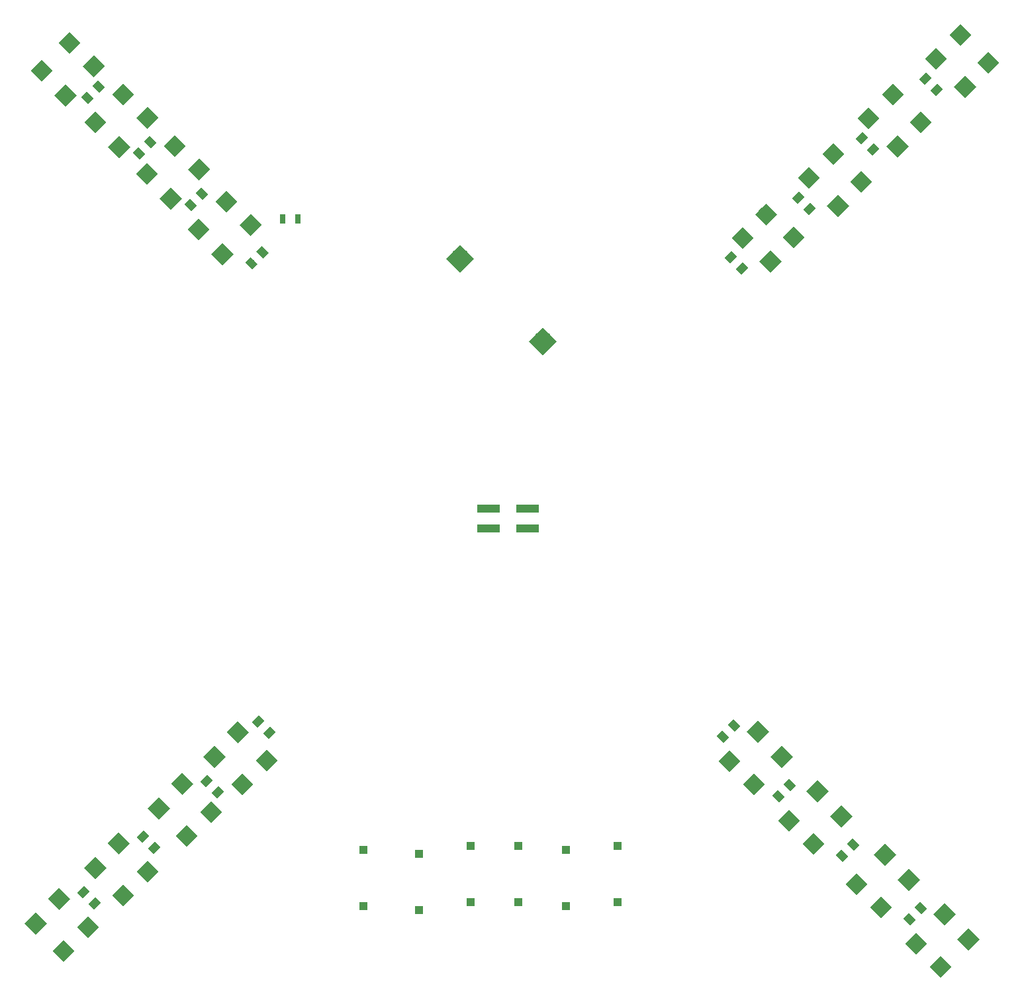
<source format=gbr>
G04 #@! TF.GenerationSoftware,KiCad,Pcbnew,(5.0.0-rc2-dev-26-g0d794b2)*
G04 #@! TF.CreationDate,2018-07-01T20:50:17-07:00*
G04 #@! TF.ProjectId,Skull_badge,536B756C6C5F62616467652E6B696361,rev?*
G04 #@! TF.SameCoordinates,Original*
G04 #@! TF.FileFunction,Paste,Bot*
G04 #@! TF.FilePolarity,Positive*
%FSLAX46Y46*%
G04 Gerber Fmt 4.6, Leading zero omitted, Abs format (unit mm)*
G04 Created by KiCad (PCBNEW (5.0.0-rc2-dev-26-g0d794b2)) date Sunday, July 01, 2018 at 08:50:17 PM*
%MOMM*%
%LPD*%
G01*
G04 APERTURE LIST*
%ADD10R,3.000000X1.000000*%
%ADD11C,2.000000*%
%ADD12C,0.100000*%
%ADD13R,1.000760X1.000760*%
%ADD14C,1.000000*%
%ADD15R,0.700000X1.300000*%
%ADD16C,2.524000*%
G04 APERTURE END LIST*
D10*
X129149113Y-123402157D03*
X124109113Y-123402157D03*
X129149113Y-120862157D03*
X124109113Y-120862157D03*
D11*
X163174691Y-86108843D03*
D12*
G36*
X161760477Y-86108843D02*
X163174691Y-84694629D01*
X164588905Y-86108843D01*
X163174691Y-87523057D01*
X161760477Y-86108843D01*
X161760477Y-86108843D01*
G37*
D11*
X160204843Y-89220113D03*
D12*
G36*
X158790629Y-89220113D02*
X160204843Y-87805899D01*
X161619057Y-89220113D01*
X160204843Y-90634327D01*
X158790629Y-89220113D01*
X158790629Y-89220113D01*
G37*
D11*
X159654113Y-83207157D03*
D12*
G36*
X158239899Y-83207157D02*
X159654113Y-81792943D01*
X161068327Y-83207157D01*
X159654113Y-84621371D01*
X158239899Y-83207157D01*
X158239899Y-83207157D01*
G37*
D11*
X156654112Y-86207157D03*
D12*
G36*
X155239898Y-86207157D02*
X156654112Y-84792943D01*
X158068326Y-86207157D01*
X156654112Y-87621371D01*
X155239898Y-86207157D01*
X155239898Y-86207157D01*
G37*
D11*
X70542843Y-61237309D03*
D12*
G36*
X70542843Y-62651523D02*
X69128629Y-61237309D01*
X70542843Y-59823095D01*
X71957057Y-61237309D01*
X70542843Y-62651523D01*
X70542843Y-62651523D01*
G37*
D11*
X73654113Y-64207157D03*
D12*
G36*
X73654113Y-65621371D02*
X72239899Y-64207157D01*
X73654113Y-62792943D01*
X75068327Y-64207157D01*
X73654113Y-65621371D01*
X73654113Y-65621371D01*
G37*
D11*
X67007309Y-64772843D03*
D12*
G36*
X67007309Y-66187057D02*
X65593095Y-64772843D01*
X67007309Y-63358629D01*
X68421523Y-64772843D01*
X67007309Y-66187057D01*
X67007309Y-66187057D01*
G37*
D11*
X70047868Y-67954823D03*
D12*
G36*
X70047868Y-69369037D02*
X68633654Y-67954823D01*
X70047868Y-66540609D01*
X71462082Y-67954823D01*
X70047868Y-69369037D01*
X70047868Y-69369037D01*
G37*
D13*
X140618000Y-171213180D03*
X140618000Y-164014820D03*
X134014000Y-171721180D03*
X134014000Y-164522820D03*
X127918000Y-171213180D03*
X127918000Y-164014820D03*
X121822000Y-171213180D03*
X121822000Y-164014820D03*
X115218000Y-172229180D03*
X115218000Y-165030820D03*
X108106000Y-171721180D03*
X108106000Y-164522820D03*
D14*
X93792893Y-89457107D03*
D12*
G36*
X93881281Y-90252602D02*
X92997398Y-89368719D01*
X93704505Y-88661612D01*
X94588388Y-89545495D01*
X93881281Y-90252602D01*
X93881281Y-90252602D01*
G37*
D14*
X95207107Y-88042893D03*
D12*
G36*
X95295495Y-88838388D02*
X94411612Y-87954505D01*
X95118719Y-87247398D01*
X96002602Y-88131281D01*
X95295495Y-88838388D01*
X95295495Y-88838388D01*
G37*
D14*
X86062893Y-81961107D03*
D12*
G36*
X86151281Y-82756602D02*
X85267398Y-81872719D01*
X85974505Y-81165612D01*
X86858388Y-82049495D01*
X86151281Y-82756602D01*
X86151281Y-82756602D01*
G37*
D14*
X87477107Y-80546893D03*
D12*
G36*
X87565495Y-81342388D02*
X86681612Y-80458505D01*
X87388719Y-79751398D01*
X88272602Y-80635281D01*
X87565495Y-81342388D01*
X87565495Y-81342388D01*
G37*
D14*
X79458893Y-75357107D03*
D12*
G36*
X79547281Y-76152602D02*
X78663398Y-75268719D01*
X79370505Y-74561612D01*
X80254388Y-75445495D01*
X79547281Y-76152602D01*
X79547281Y-76152602D01*
G37*
D14*
X80873107Y-73942893D03*
D12*
G36*
X80961495Y-74738388D02*
X80077612Y-73854505D01*
X80784719Y-73147398D01*
X81668602Y-74031281D01*
X80961495Y-74738388D01*
X80961495Y-74738388D01*
G37*
D14*
X72854893Y-68245107D03*
D12*
G36*
X72943281Y-69040602D02*
X72059398Y-68156719D01*
X72766505Y-67449612D01*
X73650388Y-68333495D01*
X72943281Y-69040602D01*
X72943281Y-69040602D01*
G37*
D14*
X74269107Y-66830893D03*
D12*
G36*
X74357495Y-67626388D02*
X73473612Y-66742505D01*
X74180719Y-66035398D01*
X75064602Y-66919281D01*
X74357495Y-67626388D01*
X74357495Y-67626388D01*
G37*
D14*
X155150893Y-88674893D03*
D12*
G36*
X154355398Y-88763281D02*
X155239281Y-87879398D01*
X155946388Y-88586505D01*
X155062505Y-89470388D01*
X154355398Y-88763281D01*
X154355398Y-88763281D01*
G37*
D14*
X156565107Y-90089107D03*
D12*
G36*
X155769612Y-90177495D02*
X156653495Y-89293612D01*
X157360602Y-90000719D01*
X156476719Y-90884602D01*
X155769612Y-90177495D01*
X155769612Y-90177495D01*
G37*
D14*
X163786893Y-81054893D03*
D12*
G36*
X162991398Y-81143281D02*
X163875281Y-80259398D01*
X164582388Y-80966505D01*
X163698505Y-81850388D01*
X162991398Y-81143281D01*
X162991398Y-81143281D01*
G37*
D14*
X165201107Y-82469107D03*
D12*
G36*
X164405612Y-82557495D02*
X165289495Y-81673612D01*
X165996602Y-82380719D01*
X165112719Y-83264602D01*
X164405612Y-82557495D01*
X164405612Y-82557495D01*
G37*
D14*
X171914893Y-73434893D03*
D12*
G36*
X171119398Y-73523281D02*
X172003281Y-72639398D01*
X172710388Y-73346505D01*
X171826505Y-74230388D01*
X171119398Y-73523281D01*
X171119398Y-73523281D01*
G37*
D14*
X173329107Y-74849107D03*
D12*
G36*
X172533612Y-74937495D02*
X173417495Y-74053612D01*
X174124602Y-74760719D01*
X173240719Y-75644602D01*
X172533612Y-74937495D01*
X172533612Y-74937495D01*
G37*
D14*
X180042893Y-65814893D03*
D12*
G36*
X179247398Y-65903281D02*
X180131281Y-65019398D01*
X180838388Y-65726505D01*
X179954505Y-66610388D01*
X179247398Y-65903281D01*
X179247398Y-65903281D01*
G37*
D14*
X181457107Y-67229107D03*
D12*
G36*
X180661612Y-67317495D02*
X181545495Y-66433612D01*
X182252602Y-67140719D01*
X181368719Y-68024602D01*
X180661612Y-67317495D01*
X180661612Y-67317495D01*
G37*
D14*
X96113107Y-149525107D03*
D12*
G36*
X96908602Y-149436719D02*
X96024719Y-150320602D01*
X95317612Y-149613495D01*
X96201495Y-148729612D01*
X96908602Y-149436719D01*
X96908602Y-149436719D01*
G37*
D14*
X94698893Y-148110893D03*
D12*
G36*
X95494388Y-148022505D02*
X94610505Y-148906388D01*
X93903398Y-148199281D01*
X94787281Y-147315398D01*
X95494388Y-148022505D01*
X95494388Y-148022505D01*
G37*
D14*
X89509107Y-157145107D03*
D12*
G36*
X90304602Y-157056719D02*
X89420719Y-157940602D01*
X88713612Y-157233495D01*
X89597495Y-156349612D01*
X90304602Y-157056719D01*
X90304602Y-157056719D01*
G37*
D14*
X88094893Y-155730893D03*
D12*
G36*
X88890388Y-155642505D02*
X88006505Y-156526388D01*
X87299398Y-155819281D01*
X88183281Y-154935398D01*
X88890388Y-155642505D01*
X88890388Y-155642505D01*
G37*
D14*
X81381107Y-164257107D03*
D12*
G36*
X82176602Y-164168719D02*
X81292719Y-165052602D01*
X80585612Y-164345495D01*
X81469495Y-163461612D01*
X82176602Y-164168719D01*
X82176602Y-164168719D01*
G37*
D14*
X79966893Y-162842893D03*
D12*
G36*
X80762388Y-162754505D02*
X79878505Y-163638388D01*
X79171398Y-162931281D01*
X80055281Y-162047398D01*
X80762388Y-162754505D01*
X80762388Y-162754505D01*
G37*
D14*
X73761107Y-171369107D03*
D12*
G36*
X74556602Y-171280719D02*
X73672719Y-172164602D01*
X72965612Y-171457495D01*
X73849495Y-170573612D01*
X74556602Y-171280719D01*
X74556602Y-171280719D01*
G37*
D14*
X72346893Y-169954893D03*
D12*
G36*
X73142388Y-169866505D02*
X72258505Y-170750388D01*
X71551398Y-170043281D01*
X72435281Y-169159398D01*
X73142388Y-169866505D01*
X73142388Y-169866505D01*
G37*
D14*
X155549107Y-148618893D03*
D12*
G36*
X155460719Y-147823398D02*
X156344602Y-148707281D01*
X155637495Y-149414388D01*
X154753612Y-148530505D01*
X155460719Y-147823398D01*
X155460719Y-147823398D01*
G37*
D14*
X154134893Y-150033107D03*
D12*
G36*
X154046505Y-149237612D02*
X154930388Y-150121495D01*
X154223281Y-150828602D01*
X153339398Y-149944719D01*
X154046505Y-149237612D01*
X154046505Y-149237612D01*
G37*
D14*
X162661107Y-156238893D03*
D12*
G36*
X162572719Y-155443398D02*
X163456602Y-156327281D01*
X162749495Y-157034388D01*
X161865612Y-156150505D01*
X162572719Y-155443398D01*
X162572719Y-155443398D01*
G37*
D14*
X161246893Y-157653107D03*
D12*
G36*
X161158505Y-156857612D02*
X162042388Y-157741495D01*
X161335281Y-158448602D01*
X160451398Y-157564719D01*
X161158505Y-156857612D01*
X161158505Y-156857612D01*
G37*
D14*
X170789107Y-163858893D03*
D12*
G36*
X170700719Y-163063398D02*
X171584602Y-163947281D01*
X170877495Y-164654388D01*
X169993612Y-163770505D01*
X170700719Y-163063398D01*
X170700719Y-163063398D01*
G37*
D14*
X169374893Y-165273107D03*
D12*
G36*
X169286505Y-164477612D02*
X170170388Y-165361495D01*
X169463281Y-166068602D01*
X168579398Y-165184719D01*
X169286505Y-164477612D01*
X169286505Y-164477612D01*
G37*
D14*
X179425107Y-171986893D03*
D12*
G36*
X179336719Y-171191398D02*
X180220602Y-172075281D01*
X179513495Y-172782388D01*
X178629612Y-171898505D01*
X179336719Y-171191398D01*
X179336719Y-171191398D01*
G37*
D14*
X178010893Y-173401107D03*
D12*
G36*
X177922505Y-172605612D02*
X178806388Y-173489495D01*
X178099281Y-174196602D01*
X177215398Y-173312719D01*
X177922505Y-172605612D01*
X177922505Y-172605612D01*
G37*
D15*
X97850113Y-83765157D03*
X99750113Y-83765157D03*
D16*
X131106602Y-99456602D03*
D12*
G36*
X132891340Y-99456602D02*
X131106602Y-101241340D01*
X129321864Y-99456602D01*
X131106602Y-97671864D01*
X132891340Y-99456602D01*
X132891340Y-99456602D01*
G37*
D16*
X120500000Y-88850000D03*
D12*
G36*
X122284738Y-88850000D02*
X120500000Y-90634738D01*
X118715262Y-88850000D01*
X120500000Y-87065262D01*
X122284738Y-88850000D01*
X122284738Y-88850000D01*
G37*
D11*
X77400843Y-67841309D03*
D12*
G36*
X77400843Y-69255523D02*
X75986629Y-67841309D01*
X77400843Y-66427095D01*
X78815057Y-67841309D01*
X77400843Y-69255523D01*
X77400843Y-69255523D01*
G37*
D11*
X80512113Y-70811157D03*
D12*
G36*
X80512113Y-72225371D02*
X79097899Y-70811157D01*
X80512113Y-69396943D01*
X81926327Y-70811157D01*
X80512113Y-72225371D01*
X80512113Y-72225371D01*
G37*
D11*
X73865309Y-71376843D03*
D12*
G36*
X73865309Y-72791057D02*
X72451095Y-71376843D01*
X73865309Y-69962629D01*
X75279523Y-71376843D01*
X73865309Y-72791057D01*
X73865309Y-72791057D01*
G37*
D11*
X76905868Y-74558823D03*
D12*
G36*
X76905868Y-75973037D02*
X75491654Y-74558823D01*
X76905868Y-73144609D01*
X78320082Y-74558823D01*
X76905868Y-75973037D01*
X76905868Y-75973037D01*
G37*
D11*
X84004843Y-74445309D03*
D12*
G36*
X84004843Y-75859523D02*
X82590629Y-74445309D01*
X84004843Y-73031095D01*
X85419057Y-74445309D01*
X84004843Y-75859523D01*
X84004843Y-75859523D01*
G37*
D11*
X87116113Y-77415157D03*
D12*
G36*
X87116113Y-78829371D02*
X85701899Y-77415157D01*
X87116113Y-76000943D01*
X88530327Y-77415157D01*
X87116113Y-78829371D01*
X87116113Y-78829371D01*
G37*
D11*
X80469309Y-77980843D03*
D12*
G36*
X80469309Y-79395057D02*
X79055095Y-77980843D01*
X80469309Y-76566629D01*
X81883523Y-77980843D01*
X80469309Y-79395057D01*
X80469309Y-79395057D01*
G37*
D11*
X83509868Y-81162823D03*
D12*
G36*
X83509868Y-82577037D02*
X82095654Y-81162823D01*
X83509868Y-79748609D01*
X84924082Y-81162823D01*
X83509868Y-82577037D01*
X83509868Y-82577037D01*
G37*
D11*
X90608843Y-81557309D03*
D12*
G36*
X90608843Y-82971523D02*
X89194629Y-81557309D01*
X90608843Y-80143095D01*
X92023057Y-81557309D01*
X90608843Y-82971523D01*
X90608843Y-82971523D01*
G37*
D11*
X93720113Y-84527157D03*
D12*
G36*
X93720113Y-85941371D02*
X92305899Y-84527157D01*
X93720113Y-83112943D01*
X95134327Y-84527157D01*
X93720113Y-85941371D01*
X93720113Y-85941371D01*
G37*
D11*
X87073309Y-85092843D03*
D12*
G36*
X87073309Y-86507057D02*
X85659095Y-85092843D01*
X87073309Y-83678629D01*
X88487523Y-85092843D01*
X87073309Y-86507057D01*
X87073309Y-86507057D01*
G37*
D11*
X90113868Y-88274823D03*
D12*
G36*
X90113868Y-89689037D02*
X88699654Y-88274823D01*
X90113868Y-86860609D01*
X91528082Y-88274823D01*
X90113868Y-89689037D01*
X90113868Y-89689037D01*
G37*
D11*
X188066691Y-63756843D03*
D12*
G36*
X186652477Y-63756843D02*
X188066691Y-62342629D01*
X189480905Y-63756843D01*
X188066691Y-65171057D01*
X186652477Y-63756843D01*
X186652477Y-63756843D01*
G37*
D11*
X185096843Y-66868113D03*
D12*
G36*
X183682629Y-66868113D02*
X185096843Y-65453899D01*
X186511057Y-66868113D01*
X185096843Y-68282327D01*
X183682629Y-66868113D01*
X183682629Y-66868113D01*
G37*
D11*
X184531157Y-60221309D03*
D12*
G36*
X183116943Y-60221309D02*
X184531157Y-58807095D01*
X185945371Y-60221309D01*
X184531157Y-61635523D01*
X183116943Y-60221309D01*
X183116943Y-60221309D01*
G37*
D11*
X181349177Y-63261868D03*
D12*
G36*
X179934963Y-63261868D02*
X181349177Y-61847654D01*
X182763391Y-63261868D01*
X181349177Y-64676082D01*
X179934963Y-63261868D01*
X179934963Y-63261868D01*
G37*
D11*
X179430691Y-71376843D03*
D12*
G36*
X178016477Y-71376843D02*
X179430691Y-69962629D01*
X180844905Y-71376843D01*
X179430691Y-72791057D01*
X178016477Y-71376843D01*
X178016477Y-71376843D01*
G37*
D11*
X176460843Y-74488113D03*
D12*
G36*
X175046629Y-74488113D02*
X176460843Y-73073899D01*
X177875057Y-74488113D01*
X176460843Y-75902327D01*
X175046629Y-74488113D01*
X175046629Y-74488113D01*
G37*
D11*
X175895157Y-67841309D03*
D12*
G36*
X174480943Y-67841309D02*
X175895157Y-66427095D01*
X177309371Y-67841309D01*
X175895157Y-69255523D01*
X174480943Y-67841309D01*
X174480943Y-67841309D01*
G37*
D11*
X172713177Y-70881868D03*
D12*
G36*
X171298963Y-70881868D02*
X172713177Y-69467654D01*
X174127391Y-70881868D01*
X172713177Y-72296082D01*
X171298963Y-70881868D01*
X171298963Y-70881868D01*
G37*
D11*
X171810691Y-78996843D03*
D12*
G36*
X170396477Y-78996843D02*
X171810691Y-77582629D01*
X173224905Y-78996843D01*
X171810691Y-80411057D01*
X170396477Y-78996843D01*
X170396477Y-78996843D01*
G37*
D11*
X168840843Y-82108113D03*
D12*
G36*
X167426629Y-82108113D02*
X168840843Y-80693899D01*
X170255057Y-82108113D01*
X168840843Y-83522327D01*
X167426629Y-82108113D01*
X167426629Y-82108113D01*
G37*
D11*
X168275157Y-75461309D03*
D12*
G36*
X166860943Y-75461309D02*
X168275157Y-74047095D01*
X169689371Y-75461309D01*
X168275157Y-76875523D01*
X166860943Y-75461309D01*
X166860943Y-75461309D01*
G37*
D11*
X165093177Y-78501868D03*
D12*
G36*
X163678963Y-78501868D02*
X165093177Y-77087654D01*
X166507391Y-78501868D01*
X165093177Y-79916082D01*
X163678963Y-78501868D01*
X163678963Y-78501868D01*
G37*
D11*
X181991157Y-179502691D03*
D12*
G36*
X181991157Y-178088477D02*
X183405371Y-179502691D01*
X181991157Y-180916905D01*
X180576943Y-179502691D01*
X181991157Y-178088477D01*
X181991157Y-178088477D01*
G37*
D11*
X178879887Y-176532843D03*
D12*
G36*
X178879887Y-175118629D02*
X180294101Y-176532843D01*
X178879887Y-177947057D01*
X177465673Y-176532843D01*
X178879887Y-175118629D01*
X178879887Y-175118629D01*
G37*
D11*
X185526691Y-175967157D03*
D12*
G36*
X185526691Y-174552943D02*
X186940905Y-175967157D01*
X185526691Y-177381371D01*
X184112477Y-175967157D01*
X185526691Y-174552943D01*
X185526691Y-174552943D01*
G37*
D11*
X182486132Y-172785177D03*
D12*
G36*
X182486132Y-171370963D02*
X183900346Y-172785177D01*
X182486132Y-174199391D01*
X181071918Y-172785177D01*
X182486132Y-171370963D01*
X182486132Y-171370963D01*
G37*
D11*
X174371157Y-171882691D03*
D12*
G36*
X174371157Y-170468477D02*
X175785371Y-171882691D01*
X174371157Y-173296905D01*
X172956943Y-171882691D01*
X174371157Y-170468477D01*
X174371157Y-170468477D01*
G37*
D11*
X171259887Y-168912843D03*
D12*
G36*
X171259887Y-167498629D02*
X172674101Y-168912843D01*
X171259887Y-170327057D01*
X169845673Y-168912843D01*
X171259887Y-167498629D01*
X171259887Y-167498629D01*
G37*
D11*
X177906691Y-168347157D03*
D12*
G36*
X177906691Y-166932943D02*
X179320905Y-168347157D01*
X177906691Y-169761371D01*
X176492477Y-168347157D01*
X177906691Y-166932943D01*
X177906691Y-166932943D01*
G37*
D11*
X174866132Y-165165177D03*
D12*
G36*
X174866132Y-163750963D02*
X176280346Y-165165177D01*
X174866132Y-166579391D01*
X173451918Y-165165177D01*
X174866132Y-163750963D01*
X174866132Y-163750963D01*
G37*
D11*
X165735157Y-163754691D03*
D12*
G36*
X165735157Y-162340477D02*
X167149371Y-163754691D01*
X165735157Y-165168905D01*
X164320943Y-163754691D01*
X165735157Y-162340477D01*
X165735157Y-162340477D01*
G37*
D11*
X162623887Y-160784843D03*
D12*
G36*
X162623887Y-159370629D02*
X164038101Y-160784843D01*
X162623887Y-162199057D01*
X161209673Y-160784843D01*
X162623887Y-159370629D01*
X162623887Y-159370629D01*
G37*
D11*
X169270691Y-160219157D03*
D12*
G36*
X169270691Y-158804943D02*
X170684905Y-160219157D01*
X169270691Y-161633371D01*
X167856477Y-160219157D01*
X169270691Y-158804943D01*
X169270691Y-158804943D01*
G37*
D11*
X166230132Y-157037177D03*
D12*
G36*
X166230132Y-155622963D02*
X167644346Y-157037177D01*
X166230132Y-158451391D01*
X164815918Y-157037177D01*
X166230132Y-155622963D01*
X166230132Y-155622963D01*
G37*
D11*
X158115157Y-156134691D03*
D12*
G36*
X158115157Y-154720477D02*
X159529371Y-156134691D01*
X158115157Y-157548905D01*
X156700943Y-156134691D01*
X158115157Y-154720477D01*
X158115157Y-154720477D01*
G37*
D11*
X155003887Y-153164843D03*
D12*
G36*
X155003887Y-151750629D02*
X156418101Y-153164843D01*
X155003887Y-154579057D01*
X153589673Y-153164843D01*
X155003887Y-151750629D01*
X155003887Y-151750629D01*
G37*
D11*
X161650691Y-152599157D03*
D12*
G36*
X161650691Y-151184943D02*
X163064905Y-152599157D01*
X161650691Y-154013371D01*
X160236477Y-152599157D01*
X161650691Y-151184943D01*
X161650691Y-151184943D01*
G37*
D11*
X158610132Y-149417177D03*
D12*
G36*
X158610132Y-148002963D02*
X160024346Y-149417177D01*
X158610132Y-150831391D01*
X157195918Y-149417177D01*
X158610132Y-148002963D01*
X158610132Y-148002963D01*
G37*
D11*
X89105309Y-152599157D03*
D12*
G36*
X90519523Y-152599157D02*
X89105309Y-154013371D01*
X87691095Y-152599157D01*
X89105309Y-151184943D01*
X90519523Y-152599157D01*
X90519523Y-152599157D01*
G37*
D11*
X92075157Y-149487887D03*
D12*
G36*
X93489371Y-149487887D02*
X92075157Y-150902101D01*
X90660943Y-149487887D01*
X92075157Y-148073673D01*
X93489371Y-149487887D01*
X93489371Y-149487887D01*
G37*
D11*
X92640843Y-156134691D03*
D12*
G36*
X94055057Y-156134691D02*
X92640843Y-157548905D01*
X91226629Y-156134691D01*
X92640843Y-154720477D01*
X94055057Y-156134691D01*
X94055057Y-156134691D01*
G37*
D11*
X95822823Y-153094132D03*
D12*
G36*
X97237037Y-153094132D02*
X95822823Y-154508346D01*
X94408609Y-153094132D01*
X95822823Y-151679918D01*
X97237037Y-153094132D01*
X97237037Y-153094132D01*
G37*
D11*
X81993309Y-159203157D03*
D12*
G36*
X83407523Y-159203157D02*
X81993309Y-160617371D01*
X80579095Y-159203157D01*
X81993309Y-157788943D01*
X83407523Y-159203157D01*
X83407523Y-159203157D01*
G37*
D11*
X84963157Y-156091887D03*
D12*
G36*
X86377371Y-156091887D02*
X84963157Y-157506101D01*
X83548943Y-156091887D01*
X84963157Y-154677673D01*
X86377371Y-156091887D01*
X86377371Y-156091887D01*
G37*
D11*
X85528843Y-162738691D03*
D12*
G36*
X86943057Y-162738691D02*
X85528843Y-164152905D01*
X84114629Y-162738691D01*
X85528843Y-161324477D01*
X86943057Y-162738691D01*
X86943057Y-162738691D01*
G37*
D11*
X88710823Y-159698132D03*
D12*
G36*
X90125037Y-159698132D02*
X88710823Y-161112346D01*
X87296609Y-159698132D01*
X88710823Y-158283918D01*
X90125037Y-159698132D01*
X90125037Y-159698132D01*
G37*
D11*
X73865309Y-166823157D03*
D12*
G36*
X75279523Y-166823157D02*
X73865309Y-168237371D01*
X72451095Y-166823157D01*
X73865309Y-165408943D01*
X75279523Y-166823157D01*
X75279523Y-166823157D01*
G37*
D11*
X76835157Y-163711887D03*
D12*
G36*
X78249371Y-163711887D02*
X76835157Y-165126101D01*
X75420943Y-163711887D01*
X76835157Y-162297673D01*
X78249371Y-163711887D01*
X78249371Y-163711887D01*
G37*
D11*
X77400843Y-170358691D03*
D12*
G36*
X78815057Y-170358691D02*
X77400843Y-171772905D01*
X75986629Y-170358691D01*
X77400843Y-168944477D01*
X78815057Y-170358691D01*
X78815057Y-170358691D01*
G37*
D11*
X80582823Y-167318132D03*
D12*
G36*
X81997037Y-167318132D02*
X80582823Y-168732346D01*
X79168609Y-167318132D01*
X80582823Y-165903918D01*
X81997037Y-167318132D01*
X81997037Y-167318132D01*
G37*
D11*
X66245309Y-173935157D03*
D12*
G36*
X67659523Y-173935157D02*
X66245309Y-175349371D01*
X64831095Y-173935157D01*
X66245309Y-172520943D01*
X67659523Y-173935157D01*
X67659523Y-173935157D01*
G37*
D11*
X69215157Y-170823887D03*
D12*
G36*
X70629371Y-170823887D02*
X69215157Y-172238101D01*
X67800943Y-170823887D01*
X69215157Y-169409673D01*
X70629371Y-170823887D01*
X70629371Y-170823887D01*
G37*
D11*
X69780843Y-177470691D03*
D12*
G36*
X71195057Y-177470691D02*
X69780843Y-178884905D01*
X68366629Y-177470691D01*
X69780843Y-176056477D01*
X71195057Y-177470691D01*
X71195057Y-177470691D01*
G37*
D11*
X72962823Y-174430132D03*
D12*
G36*
X74377037Y-174430132D02*
X72962823Y-175844346D01*
X71548609Y-174430132D01*
X72962823Y-173015918D01*
X74377037Y-174430132D01*
X74377037Y-174430132D01*
G37*
M02*

</source>
